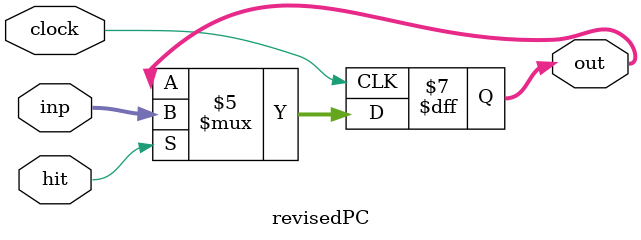
<source format=v>
`timescale 1ns / 1ps
module revisedPC(input [31:0] inp,
			 input clock,
			 output reg[31:0] out,
			 input hit
    );
	 
	 initial begin
			out = 0;
	 end
	 
	 always @( negedge clock)
	 begin
			if ( hit == 1)
						out = inp;
	 end
    


endmodule

</source>
